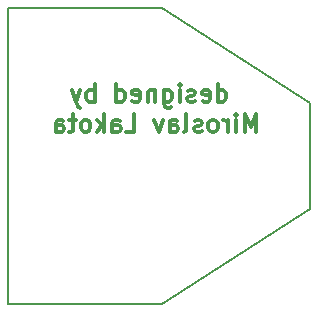
<source format=gbr>
%TF.GenerationSoftware,KiCad,Pcbnew,4.0.7*%
%TF.CreationDate,2018-04-08T16:57:24+02:00*%
%TF.ProjectId,HDMI to CSI,48444D4920746F204353492E6B696361,rev?*%
%TF.FileFunction,Legend,Bot*%
%FSLAX46Y46*%
G04 Gerber Fmt 4.6, Leading zero omitted, Abs format (unit mm)*
G04 Created by KiCad (PCBNEW 4.0.7) date 04/08/18 16:57:24*
%MOMM*%
%LPD*%
G01*
G04 APERTURE LIST*
%ADD10C,0.150000*%
%ADD11C,0.300000*%
G04 APERTURE END LIST*
D10*
D11*
X144714286Y-95403571D02*
X144714286Y-93903571D01*
X144714286Y-95332143D02*
X144857143Y-95403571D01*
X145142857Y-95403571D01*
X145285715Y-95332143D01*
X145357143Y-95260714D01*
X145428572Y-95117857D01*
X145428572Y-94689286D01*
X145357143Y-94546429D01*
X145285715Y-94475000D01*
X145142857Y-94403571D01*
X144857143Y-94403571D01*
X144714286Y-94475000D01*
X143428572Y-95332143D02*
X143571429Y-95403571D01*
X143857143Y-95403571D01*
X144000000Y-95332143D01*
X144071429Y-95189286D01*
X144071429Y-94617857D01*
X144000000Y-94475000D01*
X143857143Y-94403571D01*
X143571429Y-94403571D01*
X143428572Y-94475000D01*
X143357143Y-94617857D01*
X143357143Y-94760714D01*
X144071429Y-94903571D01*
X142785715Y-95332143D02*
X142642858Y-95403571D01*
X142357143Y-95403571D01*
X142214286Y-95332143D01*
X142142858Y-95189286D01*
X142142858Y-95117857D01*
X142214286Y-94975000D01*
X142357143Y-94903571D01*
X142571429Y-94903571D01*
X142714286Y-94832143D01*
X142785715Y-94689286D01*
X142785715Y-94617857D01*
X142714286Y-94475000D01*
X142571429Y-94403571D01*
X142357143Y-94403571D01*
X142214286Y-94475000D01*
X141500000Y-95403571D02*
X141500000Y-94403571D01*
X141500000Y-93903571D02*
X141571429Y-93975000D01*
X141500000Y-94046429D01*
X141428572Y-93975000D01*
X141500000Y-93903571D01*
X141500000Y-94046429D01*
X140142857Y-94403571D02*
X140142857Y-95617857D01*
X140214286Y-95760714D01*
X140285714Y-95832143D01*
X140428571Y-95903571D01*
X140642857Y-95903571D01*
X140785714Y-95832143D01*
X140142857Y-95332143D02*
X140285714Y-95403571D01*
X140571428Y-95403571D01*
X140714286Y-95332143D01*
X140785714Y-95260714D01*
X140857143Y-95117857D01*
X140857143Y-94689286D01*
X140785714Y-94546429D01*
X140714286Y-94475000D01*
X140571428Y-94403571D01*
X140285714Y-94403571D01*
X140142857Y-94475000D01*
X139428571Y-94403571D02*
X139428571Y-95403571D01*
X139428571Y-94546429D02*
X139357143Y-94475000D01*
X139214285Y-94403571D01*
X139000000Y-94403571D01*
X138857143Y-94475000D01*
X138785714Y-94617857D01*
X138785714Y-95403571D01*
X137500000Y-95332143D02*
X137642857Y-95403571D01*
X137928571Y-95403571D01*
X138071428Y-95332143D01*
X138142857Y-95189286D01*
X138142857Y-94617857D01*
X138071428Y-94475000D01*
X137928571Y-94403571D01*
X137642857Y-94403571D01*
X137500000Y-94475000D01*
X137428571Y-94617857D01*
X137428571Y-94760714D01*
X138142857Y-94903571D01*
X136142857Y-95403571D02*
X136142857Y-93903571D01*
X136142857Y-95332143D02*
X136285714Y-95403571D01*
X136571428Y-95403571D01*
X136714286Y-95332143D01*
X136785714Y-95260714D01*
X136857143Y-95117857D01*
X136857143Y-94689286D01*
X136785714Y-94546429D01*
X136714286Y-94475000D01*
X136571428Y-94403571D01*
X136285714Y-94403571D01*
X136142857Y-94475000D01*
X134285714Y-95403571D02*
X134285714Y-93903571D01*
X134285714Y-94475000D02*
X134142857Y-94403571D01*
X133857143Y-94403571D01*
X133714286Y-94475000D01*
X133642857Y-94546429D01*
X133571428Y-94689286D01*
X133571428Y-95117857D01*
X133642857Y-95260714D01*
X133714286Y-95332143D01*
X133857143Y-95403571D01*
X134142857Y-95403571D01*
X134285714Y-95332143D01*
X133071428Y-94403571D02*
X132714285Y-95403571D01*
X132357143Y-94403571D02*
X132714285Y-95403571D01*
X132857143Y-95760714D01*
X132928571Y-95832143D01*
X133071428Y-95903571D01*
X148000000Y-97953571D02*
X148000000Y-96453571D01*
X147500000Y-97525000D01*
X147000000Y-96453571D01*
X147000000Y-97953571D01*
X146285714Y-97953571D02*
X146285714Y-96953571D01*
X146285714Y-96453571D02*
X146357143Y-96525000D01*
X146285714Y-96596429D01*
X146214286Y-96525000D01*
X146285714Y-96453571D01*
X146285714Y-96596429D01*
X145571428Y-97953571D02*
X145571428Y-96953571D01*
X145571428Y-97239286D02*
X145500000Y-97096429D01*
X145428571Y-97025000D01*
X145285714Y-96953571D01*
X145142857Y-96953571D01*
X144428571Y-97953571D02*
X144571429Y-97882143D01*
X144642857Y-97810714D01*
X144714286Y-97667857D01*
X144714286Y-97239286D01*
X144642857Y-97096429D01*
X144571429Y-97025000D01*
X144428571Y-96953571D01*
X144214286Y-96953571D01*
X144071429Y-97025000D01*
X144000000Y-97096429D01*
X143928571Y-97239286D01*
X143928571Y-97667857D01*
X144000000Y-97810714D01*
X144071429Y-97882143D01*
X144214286Y-97953571D01*
X144428571Y-97953571D01*
X143357143Y-97882143D02*
X143214286Y-97953571D01*
X142928571Y-97953571D01*
X142785714Y-97882143D01*
X142714286Y-97739286D01*
X142714286Y-97667857D01*
X142785714Y-97525000D01*
X142928571Y-97453571D01*
X143142857Y-97453571D01*
X143285714Y-97382143D01*
X143357143Y-97239286D01*
X143357143Y-97167857D01*
X143285714Y-97025000D01*
X143142857Y-96953571D01*
X142928571Y-96953571D01*
X142785714Y-97025000D01*
X141857142Y-97953571D02*
X142000000Y-97882143D01*
X142071428Y-97739286D01*
X142071428Y-96453571D01*
X140642857Y-97953571D02*
X140642857Y-97167857D01*
X140714286Y-97025000D01*
X140857143Y-96953571D01*
X141142857Y-96953571D01*
X141285714Y-97025000D01*
X140642857Y-97882143D02*
X140785714Y-97953571D01*
X141142857Y-97953571D01*
X141285714Y-97882143D01*
X141357143Y-97739286D01*
X141357143Y-97596429D01*
X141285714Y-97453571D01*
X141142857Y-97382143D01*
X140785714Y-97382143D01*
X140642857Y-97310714D01*
X140071428Y-96953571D02*
X139714285Y-97953571D01*
X139357143Y-96953571D01*
X136928571Y-97953571D02*
X137642857Y-97953571D01*
X137642857Y-96453571D01*
X135785714Y-97953571D02*
X135785714Y-97167857D01*
X135857143Y-97025000D01*
X136000000Y-96953571D01*
X136285714Y-96953571D01*
X136428571Y-97025000D01*
X135785714Y-97882143D02*
X135928571Y-97953571D01*
X136285714Y-97953571D01*
X136428571Y-97882143D01*
X136500000Y-97739286D01*
X136500000Y-97596429D01*
X136428571Y-97453571D01*
X136285714Y-97382143D01*
X135928571Y-97382143D01*
X135785714Y-97310714D01*
X135071428Y-97953571D02*
X135071428Y-96453571D01*
X134928571Y-97382143D02*
X134500000Y-97953571D01*
X134500000Y-96953571D02*
X135071428Y-97525000D01*
X133642856Y-97953571D02*
X133785714Y-97882143D01*
X133857142Y-97810714D01*
X133928571Y-97667857D01*
X133928571Y-97239286D01*
X133857142Y-97096429D01*
X133785714Y-97025000D01*
X133642856Y-96953571D01*
X133428571Y-96953571D01*
X133285714Y-97025000D01*
X133214285Y-97096429D01*
X133142856Y-97239286D01*
X133142856Y-97667857D01*
X133214285Y-97810714D01*
X133285714Y-97882143D01*
X133428571Y-97953571D01*
X133642856Y-97953571D01*
X132714285Y-96953571D02*
X132142856Y-96953571D01*
X132499999Y-96453571D02*
X132499999Y-97739286D01*
X132428571Y-97882143D01*
X132285713Y-97953571D01*
X132142856Y-97953571D01*
X130999999Y-97953571D02*
X130999999Y-97167857D01*
X131071428Y-97025000D01*
X131214285Y-96953571D01*
X131499999Y-96953571D01*
X131642856Y-97025000D01*
X130999999Y-97882143D02*
X131142856Y-97953571D01*
X131499999Y-97953571D01*
X131642856Y-97882143D01*
X131714285Y-97739286D01*
X131714285Y-97596429D01*
X131642856Y-97453571D01*
X131499999Y-97382143D01*
X131142856Y-97382143D01*
X130999999Y-97310714D01*
D10*
X152500000Y-104500000D02*
X140000000Y-112500000D01*
X152500000Y-95500000D02*
X152500000Y-104500000D01*
X140000000Y-87500000D02*
X152500000Y-95500000D01*
X127000000Y-87500000D02*
X140000000Y-87500000D01*
X127000000Y-112500000D02*
X140000000Y-112500000D01*
X127000000Y-87500000D02*
X127000000Y-112500000D01*
M02*

</source>
